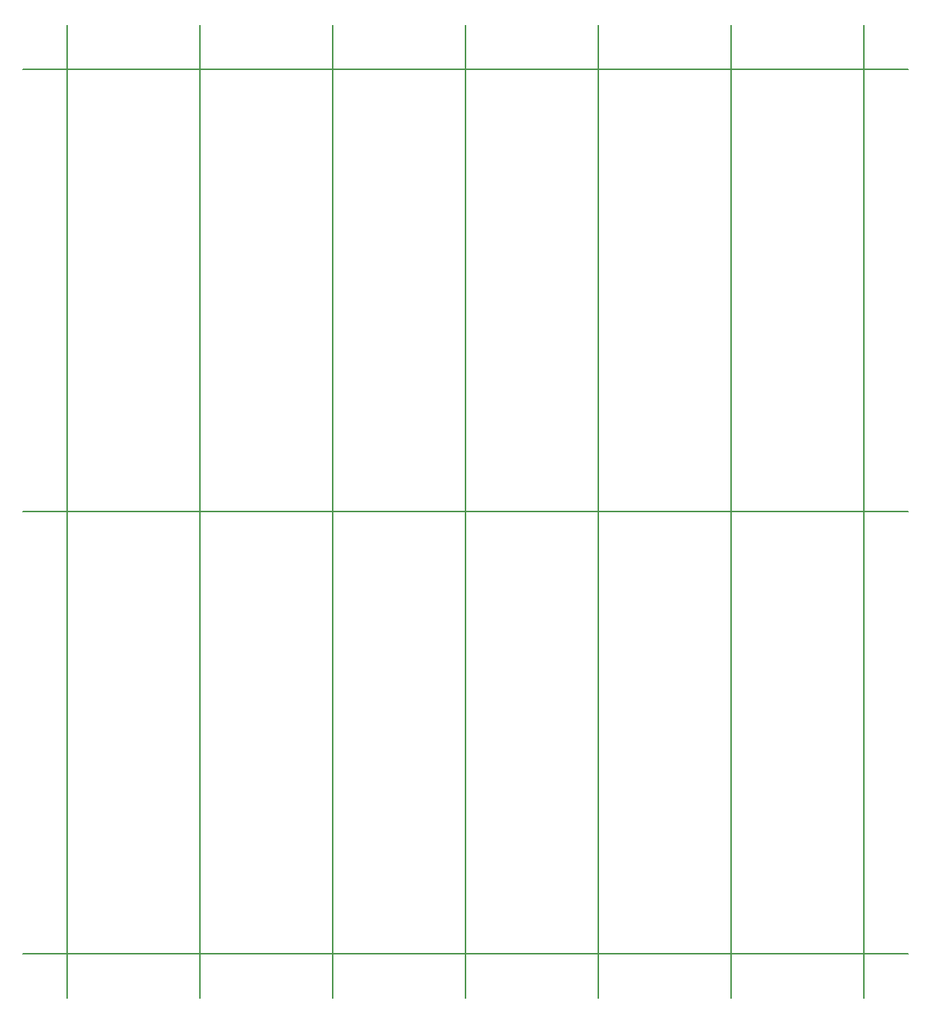
<source format=gbr>
%TF.GenerationSoftware,KiCad,Pcbnew,7.0.6*%
%TF.CreationDate,2023-08-27T21:43:50+09:00*%
%TF.ProjectId,QFN40_6x6_DIP_panelized,51464e34-305f-4367-9836-5f4449505f70,rev?*%
%TF.SameCoordinates,Original*%
%TF.FileFunction,Other,ECO1*%
%FSLAX46Y46*%
G04 Gerber Fmt 4.6, Leading zero omitted, Abs format (unit mm)*
G04 Created by KiCad (PCBNEW 7.0.6) date 2023-08-27 21:43:50*
%MOMM*%
%LPD*%
G01*
G04 APERTURE LIST*
%ADD10C,0.150000*%
G04 APERTURE END LIST*
D10*
X52070000Y-151130000D02*
X52070000Y-39370000D01*
X143510000Y-151130000D02*
X143510000Y-39370000D01*
X46990000Y-44450000D02*
X148590000Y-44450000D01*
X113030000Y-151130000D02*
X113030000Y-39370000D01*
X97790000Y-44450000D02*
X97790000Y-95250000D01*
X97790000Y-151130000D02*
X97790000Y-39370000D01*
X148590000Y-95250000D02*
X46990000Y-95250000D01*
X128270000Y-151130000D02*
X128270000Y-39370000D01*
X67310000Y-39370000D02*
X67310000Y-151130000D01*
X148590000Y-146050000D02*
X46990000Y-146050000D01*
X82550000Y-151130000D02*
X82550000Y-39370000D01*
M02*

</source>
